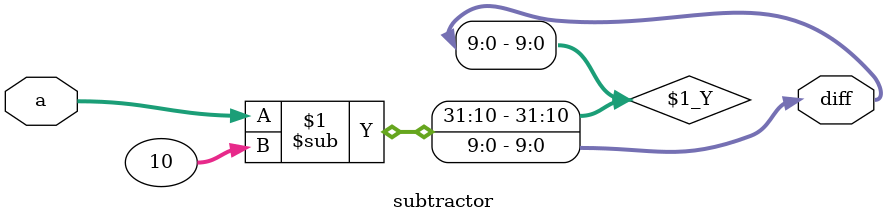
<source format=sv>

module subtractor #(parameter N = 10, sub_by = 10)
                   (input  logic [N-1:0] a,
                    output logic [N-1:0] diff);
    
  assign diff = (a - sub_by);
endmodule

</source>
